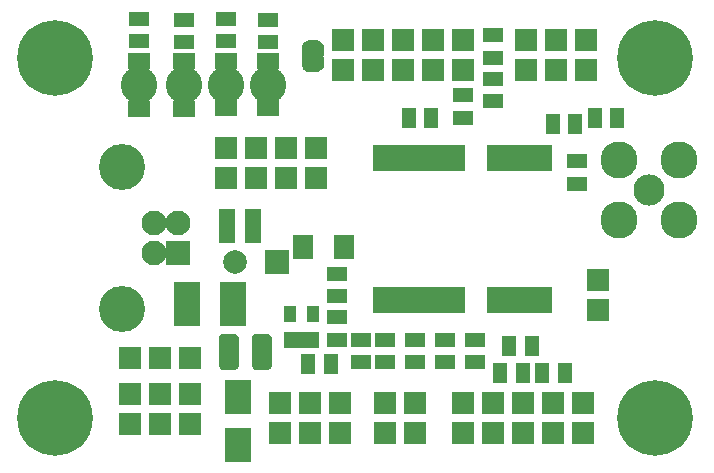
<source format=gbr>
G04 #@! TF.GenerationSoftware,KiCad,Pcbnew,(5.99.0-494-g9b7d4e274)*
G04 #@! TF.CreationDate,2020-06-03T14:44:00+02:00*
G04 #@! TF.ProjectId,GPS02A,47505330-3241-42e6-9b69-6361645f7063,REV*
G04 #@! TF.SameCoordinates,Original*
G04 #@! TF.FileFunction,Soldermask,Bot*
G04 #@! TF.FilePolarity,Negative*
%FSLAX46Y46*%
G04 Gerber Fmt 4.6, Leading zero omitted, Abs format (unit mm)*
G04 Created by KiCad (PCBNEW (5.99.0-494-g9b7d4e274)) date 2020-06-03 14:44:00*
%MOMM*%
%LPD*%
G04 APERTURE LIST*
%ADD10R,1.797000X1.289000*%
%ADD11R,1.924000X1.924000*%
%ADD12R,1.050000X1.460000*%
%ADD13R,1.200000X2.200000*%
%ADD14R,1.460000X1.050000*%
%ADD15R,1.289000X1.797000*%
%ADD16C,6.400000*%
%ADD17C,2.640000*%
%ADD18C,3.140000*%
%ADD19C,3.900000*%
%ADD20C,2.100000*%
%ADD21R,2.100000X2.100000*%
%ADD22R,2.300000X3.800000*%
%ADD23C,3.100000*%
%ADD24R,1.900000X1.450000*%
%ADD25R,2.200000X2.900000*%
%ADD26R,1.700000X2.100000*%
%ADD27C,2.000000*%
%ADD28R,2.000000X2.000000*%
G04 APERTURE END LIST*
D10*
X42164000Y37465000D03*
X42164000Y35560000D03*
D11*
X39624000Y37084000D03*
X39624000Y34544000D03*
D12*
X26924000Y13884000D03*
X25024000Y13884000D03*
X25024000Y11684000D03*
X25974000Y11684000D03*
X26924000Y11684000D03*
G36*
X23219867Y12173099D02*
G01*
X23319120Y12115795D01*
X23392788Y12028000D01*
X23437000Y11863000D01*
X23437000Y9473000D01*
X23417099Y9360133D01*
X23359795Y9260880D01*
X23272000Y9187212D01*
X23107000Y9143000D01*
X22117000Y9143000D01*
X22004133Y9162901D01*
X21904880Y9220205D01*
X21831212Y9308000D01*
X21787000Y9473000D01*
X21787000Y11863000D01*
X21806901Y11975867D01*
X21864205Y12075120D01*
X21952000Y12148788D01*
X22117000Y12193000D01*
X23107000Y12193000D01*
X23219867Y12173099D01*
G37*
G36*
X20419867Y12173099D02*
G01*
X20519120Y12115795D01*
X20592788Y12028000D01*
X20637000Y11863000D01*
X20637000Y9473000D01*
X20617099Y9360133D01*
X20559795Y9260880D01*
X20472000Y9187212D01*
X20307000Y9143000D01*
X19317000Y9143000D01*
X19204133Y9162901D01*
X19104880Y9220205D01*
X19031212Y9308000D01*
X18987000Y9473000D01*
X18987000Y11863000D01*
X19006901Y11975867D01*
X19064205Y12075120D01*
X19152000Y12148788D01*
X19317000Y12193000D01*
X20307000Y12193000D01*
X20419867Y12173099D01*
G37*
G36*
X27876906Y35018738D02*
G01*
X27855612Y34877107D01*
X27839318Y34822794D01*
X27779130Y34692832D01*
X27748245Y34645274D01*
X27654000Y34537429D01*
X27611009Y34500450D01*
X27490283Y34423391D01*
X27438642Y34399966D01*
X27301141Y34359888D01*
X27242556Y34351915D01*
X27180462Y34352728D01*
X27174000Y34352000D01*
X26745525Y34352000D01*
X26745525Y34352319D01*
X26742556Y34351915D01*
X26736064Y34352000D01*
X26674000Y34352000D01*
X26670222Y34352862D01*
X26587140Y34353950D01*
X26528785Y34363454D01*
X26392381Y34407117D01*
X26341371Y34431886D01*
X26222703Y34512079D01*
X26180694Y34550170D01*
X26089304Y34660446D01*
X26059676Y34708796D01*
X26002911Y34840288D01*
X25988043Y34895009D01*
X25970464Y35037149D01*
X25971553Y35093845D01*
X25974000Y35108870D01*
X25974000Y35552000D01*
X25993806Y35638777D01*
X26049302Y35708366D01*
X26129496Y35746986D01*
X26174000Y35752000D01*
X26604497Y35752000D01*
X26611558Y35752917D01*
X26681598Y35752000D01*
X27104497Y35752000D01*
X27111558Y35752917D01*
X27181598Y35752000D01*
X27674000Y35752000D01*
X27760777Y35732194D01*
X27830366Y35676698D01*
X27868986Y35596504D01*
X27874000Y35552000D01*
X27874000Y35099706D01*
X27877302Y35075443D01*
X27876906Y35018738D01*
G37*
G36*
X27876906Y36318737D02*
G01*
X27874000Y36299409D01*
X27874000Y35852000D01*
X27854194Y35765223D01*
X27798698Y35695634D01*
X27718504Y35657014D01*
X27674000Y35652000D01*
X27245525Y35652000D01*
X27245525Y35652319D01*
X27242556Y35651915D01*
X27236064Y35652000D01*
X26745525Y35652000D01*
X26745525Y35652319D01*
X26742556Y35651915D01*
X26736064Y35652000D01*
X26174000Y35652000D01*
X26087223Y35671806D01*
X26017634Y35727302D01*
X25979014Y35807496D01*
X25974000Y35852000D01*
X25974000Y36308558D01*
X25970464Y36337149D01*
X25971553Y36393845D01*
X25994575Y36535206D01*
X26011532Y36589318D01*
X26073304Y36718535D01*
X26104768Y36765712D01*
X26200324Y36872397D01*
X26243762Y36908846D01*
X26365420Y36984425D01*
X26417344Y37007218D01*
X26555324Y37045613D01*
X26611558Y37052917D01*
X26681598Y37052000D01*
X27104497Y37052000D01*
X27111558Y37052917D01*
X27254769Y37051042D01*
X27310792Y37042269D01*
X27447720Y37000275D01*
X27499029Y36976131D01*
X27618667Y36897394D01*
X27661138Y36859819D01*
X27753868Y36750669D01*
X27784085Y36702684D01*
X27842453Y36571894D01*
X27857988Y36517358D01*
X27877302Y36375443D01*
X27876906Y36318737D01*
G37*
D11*
X19558000Y25400000D03*
X19558000Y27940000D03*
X11430000Y10160000D03*
X13970000Y10160000D03*
X16510000Y10160000D03*
D13*
X32624000Y15082000D03*
X33724000Y15082000D03*
X34824000Y15082000D03*
X35924000Y15082000D03*
X37024000Y15082000D03*
X38124000Y15082000D03*
X39224000Y15082000D03*
X42224000Y15082000D03*
X43324000Y15082000D03*
X44424000Y15082000D03*
X45524000Y15082000D03*
X46624000Y15082000D03*
X46624000Y27082000D03*
X45524000Y27082000D03*
X44424000Y27082000D03*
X43324000Y27082000D03*
X42224000Y27082000D03*
X39224000Y27082000D03*
X38124000Y27082000D03*
X37024000Y27082000D03*
X35924000Y27082000D03*
X34824000Y27082000D03*
X33724000Y27082000D03*
X32624000Y27082000D03*
D14*
X19644000Y21336000D03*
X19644000Y22286000D03*
X19644000Y20386000D03*
X21844000Y20386000D03*
X21844000Y21336000D03*
X21844000Y22286000D03*
D10*
X23114000Y36893500D03*
X23114000Y38798500D03*
X16002000Y36893500D03*
X16002000Y38798500D03*
X19558000Y36957000D03*
X19558000Y38862000D03*
D15*
X47244000Y29972000D03*
X49149000Y29972000D03*
D10*
X12192000Y36957000D03*
X12192000Y38862000D03*
X40640000Y11684000D03*
X40640000Y9779000D03*
D15*
X43561000Y11176000D03*
X45466000Y11176000D03*
D10*
X35560000Y11684000D03*
X35560000Y9779000D03*
X38100000Y11684000D03*
X38100000Y9779000D03*
X39624000Y30480000D03*
X39624000Y32385000D03*
D15*
X36957000Y30480000D03*
X35052000Y30480000D03*
X44704000Y8890000D03*
X42799000Y8890000D03*
X46355000Y8890000D03*
X48260000Y8890000D03*
D10*
X28956000Y15367000D03*
X28956000Y17272000D03*
D16*
X5080000Y35560000D03*
X55880000Y5080000D03*
X55880000Y35560000D03*
X5080000Y5080000D03*
D10*
X49276000Y26797000D03*
X49276000Y24892000D03*
D11*
X24638000Y25400000D03*
X24638000Y27940000D03*
X22098000Y25400000D03*
X22098000Y27940000D03*
X27178000Y25400000D03*
X27178000Y27940000D03*
D17*
X55372000Y24384000D03*
D18*
X52832000Y26924000D03*
X57912000Y26924000D03*
X57912000Y21844000D03*
X52832000Y21844000D03*
D11*
X32004000Y37084000D03*
X32004000Y34544000D03*
X50038000Y37084000D03*
X50038000Y34544000D03*
X47498000Y37084000D03*
X47498000Y34544000D03*
X44958000Y37084000D03*
X44958000Y34544000D03*
X51054000Y14224000D03*
X51054000Y16764000D03*
X37084000Y34544000D03*
X37084000Y37084000D03*
X29464000Y34544000D03*
X29464000Y37084000D03*
X34544000Y37084000D03*
X34544000Y34544000D03*
X39624000Y3810000D03*
X39624000Y6350000D03*
X49784000Y3810000D03*
X49784000Y6350000D03*
X44704000Y3810000D03*
X44704000Y6350000D03*
X42164000Y3810000D03*
X42164000Y6350000D03*
X47244000Y3810000D03*
X47244000Y6350000D03*
X33020000Y3810000D03*
X33020000Y6350000D03*
X35560000Y3810000D03*
X35560000Y6350000D03*
X29210000Y6350000D03*
X29210000Y3810000D03*
X26670000Y6350000D03*
X26670000Y3810000D03*
X24130000Y6350000D03*
X24130000Y3810000D03*
D19*
X10784000Y26320000D03*
X10784000Y14280000D03*
D20*
X13494000Y19050000D03*
X13494000Y21550000D03*
X15494000Y21550000D03*
D21*
X15494000Y19050000D03*
D11*
X16510000Y7112000D03*
X16510000Y4572000D03*
X13970000Y7112000D03*
X13970000Y4572000D03*
X11430000Y7112000D03*
X11430000Y4572000D03*
D22*
X20156000Y14732000D03*
X16256000Y14732000D03*
D23*
X23114000Y33306000D03*
D24*
X23114000Y35306000D03*
X23114000Y31306000D03*
D23*
X16002000Y33274000D03*
D24*
X16002000Y35274000D03*
X16002000Y31274000D03*
D23*
X19558000Y33306000D03*
D24*
X19558000Y35306000D03*
X19558000Y31306000D03*
D23*
X12192000Y33274000D03*
D24*
X12192000Y35274000D03*
X12192000Y31274000D03*
D25*
X20574000Y2826000D03*
X20574000Y6826000D03*
D26*
X29591000Y19558000D03*
X26091000Y19558000D03*
D15*
X50800000Y30480000D03*
X52705000Y30480000D03*
D10*
X42164000Y31877000D03*
X42164000Y33782000D03*
X33020000Y9779000D03*
X33020000Y11684000D03*
X30988000Y9779000D03*
X30988000Y11684000D03*
X28956000Y13589000D03*
X28956000Y11684000D03*
D15*
X26543000Y9652000D03*
X28448000Y9652000D03*
D27*
X20376000Y18288000D03*
D28*
X23876000Y18288000D03*
M02*

</source>
